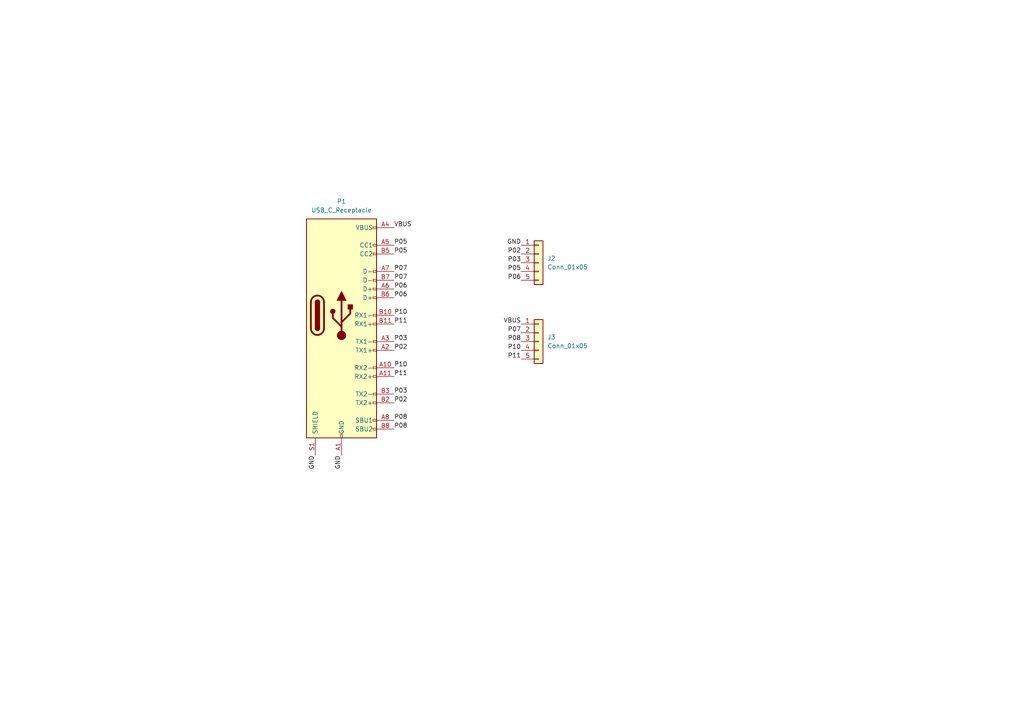
<source format=kicad_sch>
(kicad_sch (version 20250114) (generator "eeschema") (generator_version "9.0")
  (paper "A4")
  (lib_symbols
    (symbol "Connector:USB_C_Receptacle" (pin_names (offset 1.016))
      (property "Reference" "J" (at -10.16 29.21 0))
      (property "Value" "USB_C_Receptacle" (at 10.16 29.21 0))
      (symbol "USB_C_Receptacle_0_0"
        (rectangle (start -0.254 -35.56) (end 0.254 -34.544))
        (rectangle (start 10.16 25.654) (end 9.144 25.146))
        (rectangle (start 10.16 20.574) (end 9.144 20.066))
        (rectangle (start 10.16 18.034) (end 9.144 17.526))
        (rectangle (start 10.16 12.954) (end 9.144 12.446))
        (rectangle (start 10.16 10.414) (end 9.144 9.906))
        (rectangle (start 10.16 7.874) (end 9.144 7.366))
        (rectangle (start 10.16 5.334) (end 9.144 4.826))
        (rectangle (start 10.16 0.254) (end 9.144 -0.254))
        (rectangle (start 10.16 -2.286) (end 9.144 -2.794))
        (rectangle (start 10.16 -7.366) (end 9.144 -7.874))
        (rectangle (start 10.16 -9.906) (end 9.144 -10.414))
        (rectangle (start 10.16 -14.986) (end 9.144 -15.494))
        (rectangle (start 10.16 -17.526) (end 9.144 -18.034))
        (rectangle (start 10.16 -22.606) (end 9.144 -23.114))
        (rectangle (start 10.16 -25.146) (end 9.144 -25.654))
        (rectangle (start 10.16 -30.226) (end 9.144 -30.734))
        (rectangle (start 10.16 -32.766) (end 9.144 -33.274))
      )
      (symbol "USB_C_Receptacle_0_1"
        (rectangle (start -10.16 27.94) (end 10.16 -35.56) (stroke (width 0.254)) (fill (type background)))
        (polyline (pts (xy -8.89 -3.81) (xy -8.89 3.81)) (stroke (width 0.508)))
        (rectangle (start -7.62 -3.81) (end -6.35 3.81) (stroke (width 0.254)) (fill (type outline)))
        (arc (start -7.62 3.81) (mid -6.985 4.4423) (end -6.35 3.81) (stroke (width 0.254)))
        (arc (start -7.62 3.81) (mid -6.985 4.4423) (end -6.35 3.81) (stroke (width 0.254)) (fill (type outline)))
        (arc (start -8.89 3.81) (mid -6.985 5.7067) (end -5.08 3.81) (stroke (width 0.508)))
        (arc (start -5.08 -3.81) (mid -6.985 -5.7067) (end -8.89 -3.81) (stroke (width 0.508)))
        (arc (start -6.35 -3.81) (mid -6.985 -4.4423) (end -7.62 -3.81) (stroke (width 0.254)))
        (arc (start -6.35 -3.81) (mid -6.985 -4.4423) (end -7.62 -3.81) (stroke (width 0.254)) (fill (type outline)))
        (polyline (pts (xy -5.08 3.81) (xy -5.08 -3.81)) (stroke (width 0.508)))
      )
      (symbol "USB_C_Receptacle_1_1"
        (circle (center -2.54 1.143) (radius 0.635) (stroke (width 0.254)) (fill (type outline)))
        (polyline (pts (xy -1.27 4.318) (xy 0 6.858) (xy 1.27 4.318) (xy -1.27 4.318)) (stroke (width 0.254)) (fill (type outline)))
        (polyline (pts (xy 0 -2.032) (xy 2.54 0.508) (xy 2.54 1.778)) (stroke (width 0.508)))
        (polyline (pts (xy 0 -3.302) (xy -2.54 -0.762) (xy -2.54 0.508)) (stroke (width 0.508)))
        (polyline (pts (xy 0 -5.842) (xy 0 4.318)) (stroke (width 0.508)))
        (circle (center 0 -5.842) (radius 1.27) (fill (type outline)))
        (rectangle (start 1.905 1.778) (end 3.175 3.048) (stroke (width 0.254)) (fill (type outline)))
        (pin passive line (at -7.62 -40.64 90) (length 5.08) (name "SHIELD") (number "S1"))
        (pin passive line (at 0 -40.64 90) (length 5.08) (name "GND") (number "A1"))
        (pin passive line (at 0 -40.64 90) (length 5.08) (hide yes) (name "GND") (number "A12"))
        (pin passive line (at 0 -40.64 90) (length 5.08) (hide yes) (name "GND") (number "B1"))
        (pin passive line (at 0 -40.64 90) (length 5.08) (hide yes) (name "GND") (number "B12"))
        (pin passive line (at 15.24 25.4 180) (length 5.08) (name "VBUS") (number "A4"))
        (pin passive line (at 15.24 25.4 180) (length 5.08) (hide yes) (name "VBUS") (number "A9"))
        (pin passive line (at 15.24 25.4 180) (length 5.08) (hide yes) (name "VBUS") (number "B4"))
        (pin passive line (at 15.24 25.4 180) (length 5.08) (hide yes) (name "VBUS") (number "B9"))
        (pin bidirectional line (at 15.24 20.32 180) (length 5.08) (name "CC1") (number "A5"))
        (pin bidirectional line (at 15.24 17.78 180) (length 5.08) (name "CC2") (number "B5"))
        (pin bidirectional line (at 15.24 12.7 180) (length 5.08) (name "D-") (number "A7"))
        (pin bidirectional line (at 15.24 10.16 180) (length 5.08) (name "D-") (number "B7"))
        (pin bidirectional line (at 15.24 7.62 180) (length 5.08) (name "D+") (number "A6"))
        (pin bidirectional line (at 15.24 5.08 180) (length 5.08) (name "D+") (number "B6"))
        (pin bidirectional line (at 15.24 0 180) (length 5.08) (name "RX1-") (number "B10"))
        (pin bidirectional line (at 15.24 -2.54 180) (length 5.08) (name "RX1+") (number "B11"))
        (pin bidirectional line (at 15.24 -7.62 180) (length 5.08) (name "TX1-") (number "A3"))
        (pin bidirectional line (at 15.24 -10.16 180) (length 5.08) (name "TX1+") (number "A2"))
        (pin bidirectional line (at 15.24 -15.24 180) (length 5.08) (name "RX2-") (number "A10"))
        (pin bidirectional line (at 15.24 -17.78 180) (length 5.08) (name "RX2+") (number "A11"))
        (pin bidirectional line (at 15.24 -22.86 180) (length 5.08) (name "TX2-") (number "B3"))
        (pin bidirectional line (at 15.24 -25.4 180) (length 5.08) (name "TX2+") (number "B2"))
        (pin bidirectional line (at 15.24 -30.48 180) (length 5.08) (name "SBU1") (number "A8"))
        (pin bidirectional line (at 15.24 -33.02 180) (length 5.08) (name "SBU2") (number "B8"))
      )
    )
    (symbol "Connector_Generic:Conn_01x05" (pin_names (offset 1.016) (hide yes))
      (property "Reference" "J" (at 0 7.62 0))
      (property "Value" "Conn_01x05" (at 0 -7.62 0))
      (symbol "Conn_01x05_1_1"
        (rectangle (start -1.27 6.35) (end 1.27 -6.35) (stroke (width 0.254)) (fill (type background)))
        (rectangle (start -1.27 5.207) (end 0 4.953) (stroke (width 0.1524)))
        (rectangle (start -1.27 2.667) (end 0 2.413) (stroke (width 0.1524)))
        (rectangle (start -1.27 0.127) (end 0 -0.127) (stroke (width 0.1524)))
        (rectangle (start -1.27 -2.413) (end 0 -2.667) (stroke (width 0.1524)))
        (rectangle (start -1.27 -4.953) (end 0 -5.207) (stroke (width 0.1524)))
        (pin passive line (at -5.08 5.08 0) (length 3.81) (name "Pin_1") (number "1"))
        (pin passive line (at -5.08 2.54 0) (length 3.81) (name "Pin_2") (number "2"))
        (pin passive line (at -5.08 0 0) (length 3.81) (name "Pin_3") (number "3"))
        (pin passive line (at -5.08 -2.54 0) (length 3.81) (name "Pin_4") (number "4"))
        (pin passive line (at -5.08 -5.08 0) (length 3.81) (name "Pin_5") (number "5"))
      )
    )
  )
  (label "P08" (at 151.13 99.06 180))
  (label "P02" (at 114.3 116.84 0))
  (label "P10" (at 114.3 106.68 0))
  (label "P06" (at 114.3 83.82 0))
  (label "GND" (at 151.13 71.12 180))
  (label "VBUS" (at 114.3 66.04 0))
  (label "P11" (at 114.3 93.98 0))
  (label "VBUS" (at 151.13 93.98 180))
  (label "P08" (at 114.3 124.46 0))
  (label "P06" (at 114.3 86.36 0))
  (label "P05" (at 114.3 71.12 0))
  (label "GND" (at 91.44 132.08 270))
  (label "P10" (at 114.3 91.44 0))
  (label "P03" (at 114.3 114.3 0))
  (label "P11" (at 151.13 104.14 180))
  (label "P03" (at 151.13 76.2 180))
  (label "P07" (at 114.3 78.74 0))
  (label "P02" (at 151.13 73.66 180))
  (label "P02" (at 114.3 101.6 0))
  (label "GND" (at 99.06 132.08 270))
  (label "P08" (at 114.3 121.92 0))
  (label "P07" (at 151.13 96.52 180))
  (label "P03" (at 114.3 99.06 0))
  (label "P05" (at 114.3 73.66 0))
  (label "P06" (at 151.13 81.28 180))
  (label "P05" (at 151.13 78.74 180))
  (label "P07" (at 114.3 81.28 0))
  (label "P11" (at 114.3 109.22 0))
  (label "P10" (at 151.13 101.6 180))
  (symbol (lib_id "Connector_Generic:Conn_01x05") (at 156.21 76.2 0) (unit 1)
    (property "Reference" "J2" (at 158.75 74.9299 0) (effects (justify left)))
    (property "Value" "Conn_01x05" (at 158.75 77.4699 0) (effects (justify left)))
    (property "Footprint" "Connector_PinHeader_2.54mm:PinHeader_1x05_P2.54mm_Vertical" (effects (hide yes)))
    (property "Description" "Generic connector, single row, 01x05, script generated (kicad-library-utils/schlib/autogen/connector/)" (effects (hide yes)))
  )
  (symbol (lib_id "Connector:USB_C_Receptacle") (at 99.06 91.44 0) (unit 1)
    (property "Reference" "P1" (at 99.06 58.42 0))
    (property "Value" "USB_C_Receptacle" (at 99.06 60.96 0))
    (property "Footprint" "Connector_USB:USB_C_Receptacle_JAE_DX07S024WJ3R400" (effects (hide yes)))
    (property "Datasheet" "https://www.usb.org/sites/default/files/documents/usb_type-c.zip" (effects (hide yes)))
    (property "Description" "USB Full-Featured Type-C Receptacle connector" (effects (hide yes)))
  )
  (symbol (lib_id "Connector_Generic:Conn_01x05") (at 156.21 99.06 0) (unit 1)
    (property "Reference" "J3" (at 158.75 97.7899 0) (effects (justify left)))
    (property "Value" "Conn_01x05" (at 158.75 100.3299 0) (effects (justify left)))
    (property "Footprint" "Connector_PinHeader_2.54mm:PinHeader_1x05_P2.54mm_Vertical" (effects (hide yes)))
    (property "Description" "Generic connector, single row, 01x05, script generated (kicad-library-utils/schlib/autogen/connector/)" (effects (hide yes)))
  )
)
</source>
